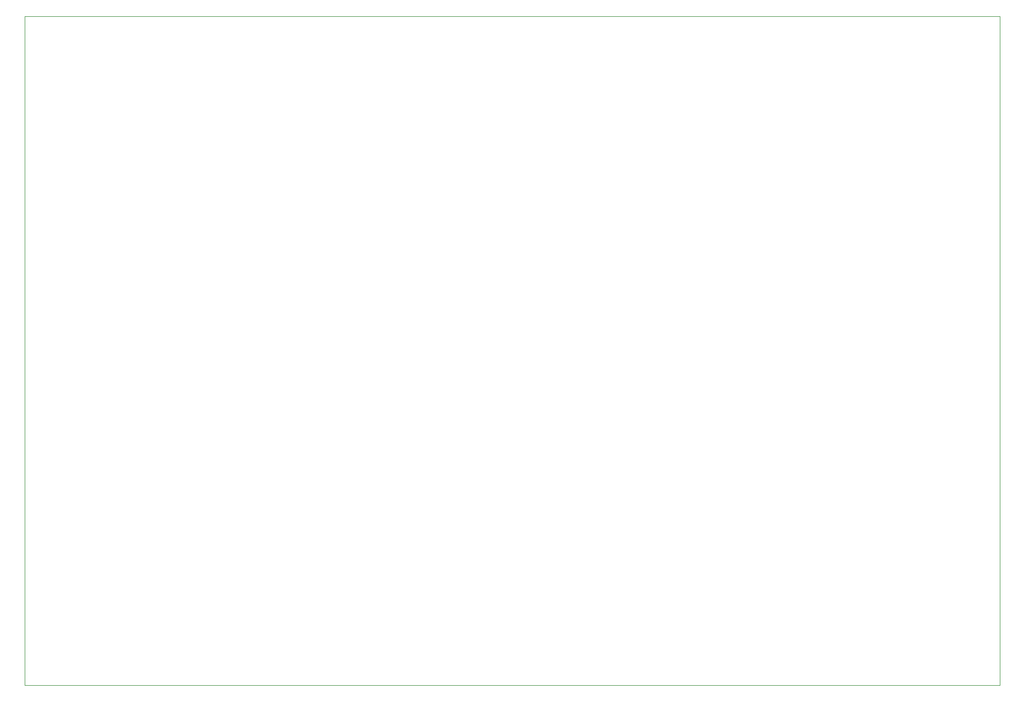
<source format=gbr>
G04*
G04 #@! TF.GenerationSoftware,Altium Limited,Altium Designer,22.4.2 (48)*
G04*
G04 Layer_Color=0*
%FSLAX25Y25*%
%MOIN*%
G70*
G04*
G04 #@! TF.SameCoordinates,9D7DA267-A193-428E-9E10-CD2539F38239*
G04*
G04*
G04 #@! TF.FilePolarity,Positive*
G04*
G01*
G75*
%ADD38C,0.00100*%
D38*
X94000Y81000D02*
X712500D01*
Y505500D01*
X94000D01*
Y81000D01*
M02*

</source>
